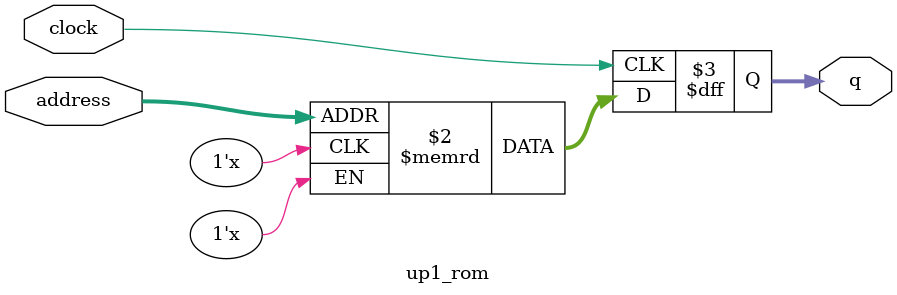
<source format=sv>
module up1_rom (
	input logic clock,
	input logic [9:0] address,
	output logic [3:0] q
);

logic [3:0] memory [0:1023] /* synthesis ram_init_file = "./up1/up1.mif" */;

always_ff @ (posedge clock) begin
	q <= memory[address];
end

endmodule

</source>
